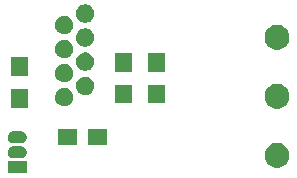
<source format=gbr>
G04 #@! TF.GenerationSoftware,KiCad,Pcbnew,(5.1.2)-2*
G04 #@! TF.CreationDate,2019-11-15T20:20:21+11:00*
G04 #@! TF.ProjectId,BoSL Probe,426f534c-2050-4726-9f62-652e6b696361,rev?*
G04 #@! TF.SameCoordinates,Original*
G04 #@! TF.FileFunction,Soldermask,Top*
G04 #@! TF.FilePolarity,Negative*
%FSLAX46Y46*%
G04 Gerber Fmt 4.6, Leading zero omitted, Abs format (unit mm)*
G04 Created by KiCad (PCBNEW (5.1.2)-2) date 2019-11-15 20:20:21*
%MOMM*%
%LPD*%
G04 APERTURE LIST*
%ADD10C,0.100000*%
G04 APERTURE END LIST*
D10*
G36*
X103801000Y-106501000D02*
G01*
X102199000Y-106501000D01*
X102199000Y-105499000D01*
X103801000Y-105499000D01*
X103801000Y-106501000D01*
X103801000Y-106501000D01*
G37*
G36*
X125306564Y-103989389D02*
G01*
X125497833Y-104068615D01*
X125497835Y-104068616D01*
X125669973Y-104183635D01*
X125816365Y-104330027D01*
X125896738Y-104450313D01*
X125931385Y-104502167D01*
X126010611Y-104693436D01*
X126051000Y-104896484D01*
X126051000Y-105103516D01*
X126010611Y-105306564D01*
X125931385Y-105497833D01*
X125931384Y-105497835D01*
X125816365Y-105669973D01*
X125669973Y-105816365D01*
X125497835Y-105931384D01*
X125497834Y-105931385D01*
X125497833Y-105931385D01*
X125306564Y-106010611D01*
X125103516Y-106051000D01*
X124896484Y-106051000D01*
X124693436Y-106010611D01*
X124502167Y-105931385D01*
X124502166Y-105931385D01*
X124502165Y-105931384D01*
X124330027Y-105816365D01*
X124183635Y-105669973D01*
X124068616Y-105497835D01*
X124068615Y-105497833D01*
X123989389Y-105306564D01*
X123949000Y-105103516D01*
X123949000Y-104896484D01*
X123989389Y-104693436D01*
X124068615Y-104502167D01*
X124103263Y-104450313D01*
X124183635Y-104330027D01*
X124330027Y-104183635D01*
X124502165Y-104068616D01*
X124502167Y-104068615D01*
X124693436Y-103989389D01*
X124896484Y-103949000D01*
X125103516Y-103949000D01*
X125306564Y-103989389D01*
X125306564Y-103989389D01*
G37*
G36*
X103398213Y-104236249D02*
G01*
X103492652Y-104264897D01*
X103579687Y-104311418D01*
X103655975Y-104374025D01*
X103718582Y-104450313D01*
X103765103Y-104537348D01*
X103793751Y-104631787D01*
X103803424Y-104730000D01*
X103793751Y-104828213D01*
X103765103Y-104922652D01*
X103718582Y-105009687D01*
X103655975Y-105085975D01*
X103579687Y-105148582D01*
X103492652Y-105195103D01*
X103398213Y-105223751D01*
X103324612Y-105231000D01*
X102675388Y-105231000D01*
X102601787Y-105223751D01*
X102507348Y-105195103D01*
X102420313Y-105148582D01*
X102344025Y-105085975D01*
X102281418Y-105009687D01*
X102234897Y-104922652D01*
X102206249Y-104828213D01*
X102196576Y-104730000D01*
X102206249Y-104631787D01*
X102234897Y-104537348D01*
X102281418Y-104450313D01*
X102344025Y-104374025D01*
X102420313Y-104311418D01*
X102507348Y-104264897D01*
X102601787Y-104236249D01*
X102675388Y-104229000D01*
X103324612Y-104229000D01*
X103398213Y-104236249D01*
X103398213Y-104236249D01*
G37*
G36*
X108101000Y-104076000D02*
G01*
X106499000Y-104076000D01*
X106499000Y-102724000D01*
X108101000Y-102724000D01*
X108101000Y-104076000D01*
X108101000Y-104076000D01*
G37*
G36*
X110601000Y-104076000D02*
G01*
X108999000Y-104076000D01*
X108999000Y-102724000D01*
X110601000Y-102724000D01*
X110601000Y-104076000D01*
X110601000Y-104076000D01*
G37*
G36*
X103398213Y-102966249D02*
G01*
X103492652Y-102994897D01*
X103579687Y-103041418D01*
X103655975Y-103104025D01*
X103718582Y-103180313D01*
X103765103Y-103267348D01*
X103793751Y-103361787D01*
X103803424Y-103460000D01*
X103793751Y-103558213D01*
X103765103Y-103652652D01*
X103718582Y-103739687D01*
X103655975Y-103815975D01*
X103579687Y-103878582D01*
X103492652Y-103925103D01*
X103398213Y-103953751D01*
X103324612Y-103961000D01*
X102675388Y-103961000D01*
X102601787Y-103953751D01*
X102507348Y-103925103D01*
X102420313Y-103878582D01*
X102344025Y-103815975D01*
X102281418Y-103739687D01*
X102234897Y-103652652D01*
X102206249Y-103558213D01*
X102196576Y-103460000D01*
X102206249Y-103361787D01*
X102234897Y-103267348D01*
X102281418Y-103180313D01*
X102344025Y-103104025D01*
X102420313Y-103041418D01*
X102507348Y-102994897D01*
X102601787Y-102966249D01*
X102675388Y-102959000D01*
X103324612Y-102959000D01*
X103398213Y-102966249D01*
X103398213Y-102966249D01*
G37*
G36*
X125306564Y-98989389D02*
G01*
X125497833Y-99068615D01*
X125497835Y-99068616D01*
X125659188Y-99176429D01*
X125669973Y-99183635D01*
X125816365Y-99330027D01*
X125931385Y-99502167D01*
X126010611Y-99693436D01*
X126051000Y-99896484D01*
X126051000Y-100103516D01*
X126010611Y-100306564D01*
X125931385Y-100497833D01*
X125931384Y-100497835D01*
X125816365Y-100669973D01*
X125669973Y-100816365D01*
X125497835Y-100931384D01*
X125497834Y-100931385D01*
X125497833Y-100931385D01*
X125306564Y-101010611D01*
X125103516Y-101051000D01*
X124896484Y-101051000D01*
X124693436Y-101010611D01*
X124502167Y-100931385D01*
X124502166Y-100931385D01*
X124502165Y-100931384D01*
X124330027Y-100816365D01*
X124183635Y-100669973D01*
X124068616Y-100497835D01*
X124068615Y-100497833D01*
X123989389Y-100306564D01*
X123949000Y-100103516D01*
X123949000Y-99896484D01*
X123989389Y-99693436D01*
X124068615Y-99502167D01*
X124183635Y-99330027D01*
X124330027Y-99183635D01*
X124340812Y-99176429D01*
X124502165Y-99068616D01*
X124502167Y-99068615D01*
X124693436Y-98989389D01*
X124896484Y-98949000D01*
X125103516Y-98949000D01*
X125306564Y-98989389D01*
X125306564Y-98989389D01*
G37*
G36*
X103901000Y-101001000D02*
G01*
X102499000Y-101001000D01*
X102499000Y-99399000D01*
X103901000Y-99399000D01*
X103901000Y-101001000D01*
X103901000Y-101001000D01*
G37*
G36*
X107216348Y-99333820D02*
G01*
X107216350Y-99333821D01*
X107216351Y-99333821D01*
X107357574Y-99392317D01*
X107357577Y-99392319D01*
X107484669Y-99477239D01*
X107592761Y-99585331D01*
X107664994Y-99693435D01*
X107677683Y-99712426D01*
X107708854Y-99787681D01*
X107736180Y-99853652D01*
X107766000Y-100003571D01*
X107766000Y-100156429D01*
X107736179Y-100306351D01*
X107677683Y-100447574D01*
X107677681Y-100447577D01*
X107592761Y-100574669D01*
X107484669Y-100682761D01*
X107357577Y-100767681D01*
X107357574Y-100767683D01*
X107216351Y-100826179D01*
X107216350Y-100826179D01*
X107216348Y-100826180D01*
X107066431Y-100856000D01*
X106913569Y-100856000D01*
X106763652Y-100826180D01*
X106763650Y-100826179D01*
X106763649Y-100826179D01*
X106622426Y-100767683D01*
X106622423Y-100767681D01*
X106495331Y-100682761D01*
X106387239Y-100574669D01*
X106302319Y-100447577D01*
X106302317Y-100447574D01*
X106243821Y-100306351D01*
X106214000Y-100156429D01*
X106214000Y-100003571D01*
X106243820Y-99853652D01*
X106271146Y-99787681D01*
X106302317Y-99712426D01*
X106315006Y-99693435D01*
X106387239Y-99585331D01*
X106495331Y-99477239D01*
X106622423Y-99392319D01*
X106622426Y-99392317D01*
X106763649Y-99333821D01*
X106763650Y-99333821D01*
X106763652Y-99333820D01*
X106913569Y-99304000D01*
X107066431Y-99304000D01*
X107216348Y-99333820D01*
X107216348Y-99333820D01*
G37*
G36*
X115501000Y-100601000D02*
G01*
X114099000Y-100601000D01*
X114099000Y-98999000D01*
X115501000Y-98999000D01*
X115501000Y-100601000D01*
X115501000Y-100601000D01*
G37*
G36*
X112701000Y-100601000D02*
G01*
X111299000Y-100601000D01*
X111299000Y-98999000D01*
X112701000Y-98999000D01*
X112701000Y-100601000D01*
X112701000Y-100601000D01*
G37*
G36*
X108994348Y-98353820D02*
G01*
X108994350Y-98353821D01*
X108994351Y-98353821D01*
X109135574Y-98412317D01*
X109135577Y-98412319D01*
X109262669Y-98497239D01*
X109370761Y-98605331D01*
X109452514Y-98727683D01*
X109455683Y-98732426D01*
X109514179Y-98873649D01*
X109544000Y-99023571D01*
X109544000Y-99176429D01*
X109514179Y-99326351D01*
X109455683Y-99467574D01*
X109455681Y-99467577D01*
X109370761Y-99594669D01*
X109262669Y-99702761D01*
X109135577Y-99787681D01*
X109135574Y-99787683D01*
X108994351Y-99846179D01*
X108994350Y-99846179D01*
X108994348Y-99846180D01*
X108844431Y-99876000D01*
X108691569Y-99876000D01*
X108541652Y-99846180D01*
X108541650Y-99846179D01*
X108541649Y-99846179D01*
X108400426Y-99787683D01*
X108400423Y-99787681D01*
X108273331Y-99702761D01*
X108165239Y-99594669D01*
X108080319Y-99467577D01*
X108080317Y-99467574D01*
X108021821Y-99326351D01*
X107992000Y-99176429D01*
X107992000Y-99023571D01*
X108021821Y-98873649D01*
X108080317Y-98732426D01*
X108083486Y-98727683D01*
X108165239Y-98605331D01*
X108273331Y-98497239D01*
X108400423Y-98412319D01*
X108400426Y-98412317D01*
X108541649Y-98353821D01*
X108541650Y-98353821D01*
X108541652Y-98353820D01*
X108691569Y-98324000D01*
X108844431Y-98324000D01*
X108994348Y-98353820D01*
X108994348Y-98353820D01*
G37*
G36*
X107216348Y-97293820D02*
G01*
X107216350Y-97293821D01*
X107216351Y-97293821D01*
X107357574Y-97352317D01*
X107357577Y-97352319D01*
X107484669Y-97437239D01*
X107592761Y-97545331D01*
X107671224Y-97662759D01*
X107677683Y-97672426D01*
X107736179Y-97813649D01*
X107766000Y-97963571D01*
X107766000Y-98116429D01*
X107736179Y-98266351D01*
X107677683Y-98407574D01*
X107677681Y-98407577D01*
X107592761Y-98534669D01*
X107484669Y-98642761D01*
X107357577Y-98727681D01*
X107357574Y-98727683D01*
X107216351Y-98786179D01*
X107216350Y-98786179D01*
X107216348Y-98786180D01*
X107066431Y-98816000D01*
X106913569Y-98816000D01*
X106763652Y-98786180D01*
X106763650Y-98786179D01*
X106763649Y-98786179D01*
X106622426Y-98727683D01*
X106622423Y-98727681D01*
X106495331Y-98642761D01*
X106387239Y-98534669D01*
X106302319Y-98407577D01*
X106302317Y-98407574D01*
X106243821Y-98266351D01*
X106214000Y-98116429D01*
X106214000Y-97963571D01*
X106243821Y-97813649D01*
X106302317Y-97672426D01*
X106308776Y-97662759D01*
X106387239Y-97545331D01*
X106495331Y-97437239D01*
X106622423Y-97352319D01*
X106622426Y-97352317D01*
X106763649Y-97293821D01*
X106763650Y-97293821D01*
X106763652Y-97293820D01*
X106913569Y-97264000D01*
X107066431Y-97264000D01*
X107216348Y-97293820D01*
X107216348Y-97293820D01*
G37*
G36*
X103901000Y-98301000D02*
G01*
X102499000Y-98301000D01*
X102499000Y-96699000D01*
X103901000Y-96699000D01*
X103901000Y-98301000D01*
X103901000Y-98301000D01*
G37*
G36*
X112701000Y-97901000D02*
G01*
X111299000Y-97901000D01*
X111299000Y-96299000D01*
X112701000Y-96299000D01*
X112701000Y-97901000D01*
X112701000Y-97901000D01*
G37*
G36*
X115501000Y-97901000D02*
G01*
X114099000Y-97901000D01*
X114099000Y-96299000D01*
X115501000Y-96299000D01*
X115501000Y-97901000D01*
X115501000Y-97901000D01*
G37*
G36*
X108994348Y-96313820D02*
G01*
X108994350Y-96313821D01*
X108994351Y-96313821D01*
X109135574Y-96372317D01*
X109135577Y-96372319D01*
X109262669Y-96457239D01*
X109370761Y-96565331D01*
X109452514Y-96687683D01*
X109455683Y-96692426D01*
X109514179Y-96833649D01*
X109544000Y-96983571D01*
X109544000Y-97136429D01*
X109514179Y-97286351D01*
X109455683Y-97427574D01*
X109455681Y-97427577D01*
X109370761Y-97554669D01*
X109262669Y-97662761D01*
X109135577Y-97747681D01*
X109135574Y-97747683D01*
X108994351Y-97806179D01*
X108994350Y-97806179D01*
X108994348Y-97806180D01*
X108844431Y-97836000D01*
X108691569Y-97836000D01*
X108541652Y-97806180D01*
X108541650Y-97806179D01*
X108541649Y-97806179D01*
X108400426Y-97747683D01*
X108400423Y-97747681D01*
X108273331Y-97662761D01*
X108165239Y-97554669D01*
X108080319Y-97427577D01*
X108080317Y-97427574D01*
X108021821Y-97286351D01*
X107992000Y-97136429D01*
X107992000Y-96983571D01*
X108021821Y-96833649D01*
X108080317Y-96692426D01*
X108083486Y-96687683D01*
X108165239Y-96565331D01*
X108273331Y-96457239D01*
X108400423Y-96372319D01*
X108400426Y-96372317D01*
X108541649Y-96313821D01*
X108541650Y-96313821D01*
X108541652Y-96313820D01*
X108691569Y-96284000D01*
X108844431Y-96284000D01*
X108994348Y-96313820D01*
X108994348Y-96313820D01*
G37*
G36*
X107216348Y-95253820D02*
G01*
X107216350Y-95253821D01*
X107216351Y-95253821D01*
X107357574Y-95312317D01*
X107357577Y-95312319D01*
X107484669Y-95397239D01*
X107592761Y-95505331D01*
X107671224Y-95622759D01*
X107677683Y-95632426D01*
X107736179Y-95773649D01*
X107766000Y-95923571D01*
X107766000Y-96076429D01*
X107736179Y-96226351D01*
X107677683Y-96367574D01*
X107677681Y-96367577D01*
X107592761Y-96494669D01*
X107484669Y-96602761D01*
X107357577Y-96687681D01*
X107357574Y-96687683D01*
X107216351Y-96746179D01*
X107216350Y-96746179D01*
X107216348Y-96746180D01*
X107066431Y-96776000D01*
X106913569Y-96776000D01*
X106763652Y-96746180D01*
X106763650Y-96746179D01*
X106763649Y-96746179D01*
X106622426Y-96687683D01*
X106622423Y-96687681D01*
X106495331Y-96602761D01*
X106387239Y-96494669D01*
X106302319Y-96367577D01*
X106302317Y-96367574D01*
X106243821Y-96226351D01*
X106214000Y-96076429D01*
X106214000Y-95923571D01*
X106243821Y-95773649D01*
X106302317Y-95632426D01*
X106308776Y-95622759D01*
X106387239Y-95505331D01*
X106495331Y-95397239D01*
X106622423Y-95312319D01*
X106622426Y-95312317D01*
X106763649Y-95253821D01*
X106763650Y-95253821D01*
X106763652Y-95253820D01*
X106913569Y-95224000D01*
X107066431Y-95224000D01*
X107216348Y-95253820D01*
X107216348Y-95253820D01*
G37*
G36*
X125306564Y-93989389D02*
G01*
X125497833Y-94068615D01*
X125497835Y-94068616D01*
X125669973Y-94183635D01*
X125816365Y-94330027D01*
X125899650Y-94454671D01*
X125931385Y-94502167D01*
X126010611Y-94693436D01*
X126051000Y-94896484D01*
X126051000Y-95103516D01*
X126010611Y-95306564D01*
X125977054Y-95387577D01*
X125931384Y-95497835D01*
X125816365Y-95669973D01*
X125669973Y-95816365D01*
X125497835Y-95931384D01*
X125497834Y-95931385D01*
X125497833Y-95931385D01*
X125306564Y-96010611D01*
X125103516Y-96051000D01*
X124896484Y-96051000D01*
X124693436Y-96010611D01*
X124502167Y-95931385D01*
X124502166Y-95931385D01*
X124502165Y-95931384D01*
X124330027Y-95816365D01*
X124183635Y-95669973D01*
X124068616Y-95497835D01*
X124022946Y-95387577D01*
X123989389Y-95306564D01*
X123949000Y-95103516D01*
X123949000Y-94896484D01*
X123989389Y-94693436D01*
X124068615Y-94502167D01*
X124100351Y-94454671D01*
X124183635Y-94330027D01*
X124330027Y-94183635D01*
X124502165Y-94068616D01*
X124502167Y-94068615D01*
X124693436Y-93989389D01*
X124896484Y-93949000D01*
X125103516Y-93949000D01*
X125306564Y-93989389D01*
X125306564Y-93989389D01*
G37*
G36*
X108994348Y-94273820D02*
G01*
X108994350Y-94273821D01*
X108994351Y-94273821D01*
X109135574Y-94332317D01*
X109135577Y-94332319D01*
X109262669Y-94417239D01*
X109370761Y-94525331D01*
X109452514Y-94647683D01*
X109455683Y-94652426D01*
X109477948Y-94706180D01*
X109514180Y-94793652D01*
X109544000Y-94943569D01*
X109544000Y-95096431D01*
X109542591Y-95103516D01*
X109514179Y-95246351D01*
X109455683Y-95387574D01*
X109455681Y-95387577D01*
X109370761Y-95514669D01*
X109262669Y-95622761D01*
X109192011Y-95669973D01*
X109135574Y-95707683D01*
X108994351Y-95766179D01*
X108994350Y-95766179D01*
X108994348Y-95766180D01*
X108844431Y-95796000D01*
X108691569Y-95796000D01*
X108541652Y-95766180D01*
X108541650Y-95766179D01*
X108541649Y-95766179D01*
X108400426Y-95707683D01*
X108343989Y-95669973D01*
X108273331Y-95622761D01*
X108165239Y-95514669D01*
X108080319Y-95387577D01*
X108080317Y-95387574D01*
X108021821Y-95246351D01*
X107993410Y-95103516D01*
X107992000Y-95096431D01*
X107992000Y-94943569D01*
X108021820Y-94793652D01*
X108058052Y-94706180D01*
X108080317Y-94652426D01*
X108083486Y-94647683D01*
X108165239Y-94525331D01*
X108273331Y-94417239D01*
X108400423Y-94332319D01*
X108400426Y-94332317D01*
X108541649Y-94273821D01*
X108541650Y-94273821D01*
X108541652Y-94273820D01*
X108691569Y-94244000D01*
X108844431Y-94244000D01*
X108994348Y-94273820D01*
X108994348Y-94273820D01*
G37*
G36*
X107216348Y-93213820D02*
G01*
X107216350Y-93213821D01*
X107216351Y-93213821D01*
X107357574Y-93272317D01*
X107357577Y-93272319D01*
X107484669Y-93357239D01*
X107592761Y-93465331D01*
X107671224Y-93582759D01*
X107677683Y-93592426D01*
X107708854Y-93667681D01*
X107736180Y-93733652D01*
X107766000Y-93883569D01*
X107766000Y-94036431D01*
X107736720Y-94183635D01*
X107736179Y-94186351D01*
X107677683Y-94327574D01*
X107677681Y-94327577D01*
X107592761Y-94454669D01*
X107484669Y-94562761D01*
X107357577Y-94647681D01*
X107357574Y-94647683D01*
X107216351Y-94706179D01*
X107216350Y-94706179D01*
X107216348Y-94706180D01*
X107066431Y-94736000D01*
X106913569Y-94736000D01*
X106763652Y-94706180D01*
X106763650Y-94706179D01*
X106763649Y-94706179D01*
X106622426Y-94647683D01*
X106622423Y-94647681D01*
X106495331Y-94562761D01*
X106387239Y-94454669D01*
X106302319Y-94327577D01*
X106302317Y-94327574D01*
X106243821Y-94186351D01*
X106243281Y-94183635D01*
X106214000Y-94036431D01*
X106214000Y-93883569D01*
X106243820Y-93733652D01*
X106271146Y-93667681D01*
X106302317Y-93592426D01*
X106308776Y-93582759D01*
X106387239Y-93465331D01*
X106495331Y-93357239D01*
X106622423Y-93272319D01*
X106622426Y-93272317D01*
X106763649Y-93213821D01*
X106763650Y-93213821D01*
X106763652Y-93213820D01*
X106913569Y-93184000D01*
X107066431Y-93184000D01*
X107216348Y-93213820D01*
X107216348Y-93213820D01*
G37*
G36*
X108994348Y-92233820D02*
G01*
X108994350Y-92233821D01*
X108994351Y-92233821D01*
X109135574Y-92292317D01*
X109135577Y-92292319D01*
X109262669Y-92377239D01*
X109370761Y-92485331D01*
X109455681Y-92612423D01*
X109455683Y-92612426D01*
X109514179Y-92753649D01*
X109544000Y-92903571D01*
X109544000Y-93056429D01*
X109514179Y-93206351D01*
X109455683Y-93347574D01*
X109455681Y-93347577D01*
X109370761Y-93474669D01*
X109262669Y-93582761D01*
X109135577Y-93667681D01*
X109135574Y-93667683D01*
X108994351Y-93726179D01*
X108994350Y-93726179D01*
X108994348Y-93726180D01*
X108844431Y-93756000D01*
X108691569Y-93756000D01*
X108541652Y-93726180D01*
X108541650Y-93726179D01*
X108541649Y-93726179D01*
X108400426Y-93667683D01*
X108400423Y-93667681D01*
X108273331Y-93582761D01*
X108165239Y-93474669D01*
X108080319Y-93347577D01*
X108080317Y-93347574D01*
X108021821Y-93206351D01*
X107992000Y-93056429D01*
X107992000Y-92903571D01*
X108021821Y-92753649D01*
X108080317Y-92612426D01*
X108080319Y-92612423D01*
X108165239Y-92485331D01*
X108273331Y-92377239D01*
X108400423Y-92292319D01*
X108400426Y-92292317D01*
X108541649Y-92233821D01*
X108541650Y-92233821D01*
X108541652Y-92233820D01*
X108691569Y-92204000D01*
X108844431Y-92204000D01*
X108994348Y-92233820D01*
X108994348Y-92233820D01*
G37*
M02*

</source>
